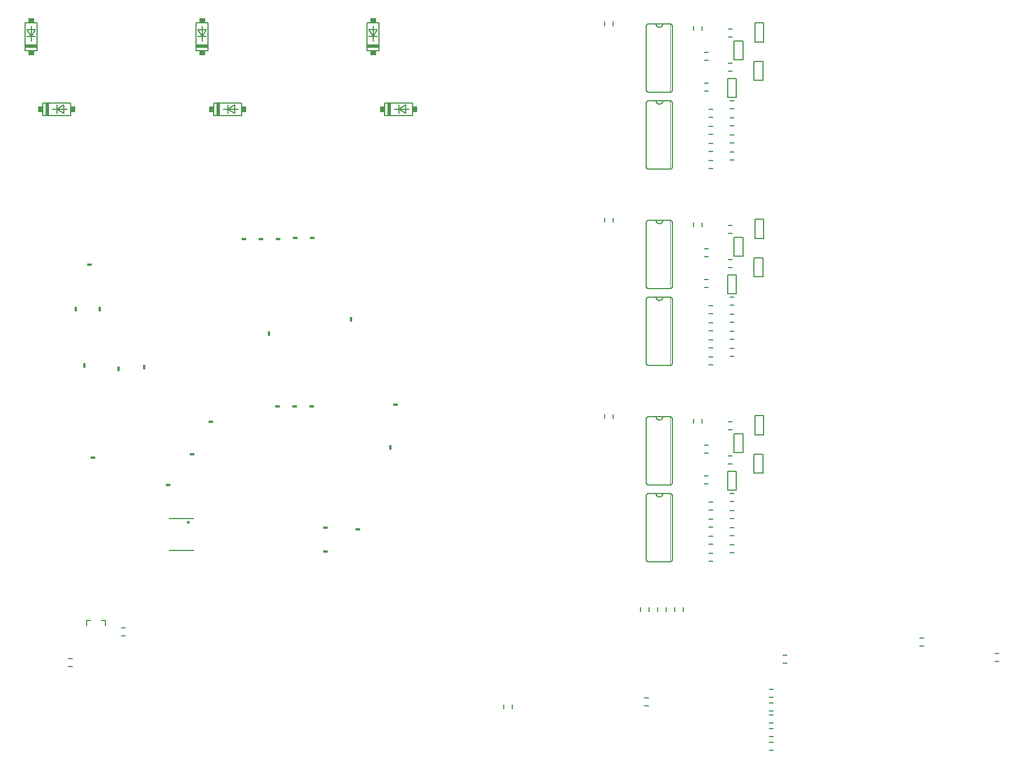
<source format=gbo>
G75*
G70*
%OFA0B0*%
%FSLAX24Y24*%
%IPPOS*%
%LPD*%
%AMOC8*
5,1,8,0,0,1.08239X$1,22.5*
%
%ADD10C,0.0060*%
%ADD11C,0.0020*%
%ADD12C,0.0080*%
%ADD13R,0.0300X0.0180*%
%ADD14R,0.0180X0.0300*%
%ADD15R,0.0200X0.0736*%
%ADD16R,0.0250X0.0335*%
%ADD17R,0.0736X0.0200*%
%ADD18R,0.0335X0.0250*%
D10*
X008941Y008757D02*
X009178Y008757D01*
X009178Y009230D02*
X008941Y009230D01*
X012041Y010557D02*
X012278Y010557D01*
X012278Y011030D02*
X012041Y011030D01*
X014850Y015563D02*
X016269Y015563D01*
X016269Y017423D02*
X014850Y017423D01*
X034423Y006511D02*
X034423Y006275D01*
X034896Y006275D02*
X034896Y006511D01*
X042641Y006457D02*
X042878Y006457D01*
X042878Y006930D02*
X042641Y006930D01*
X049941Y006957D02*
X050178Y006957D01*
X050178Y006630D02*
X049941Y006630D01*
X049941Y006157D02*
X050178Y006157D01*
X050178Y005930D02*
X049941Y005930D01*
X049941Y005457D02*
X050178Y005457D01*
X050178Y005130D02*
X049941Y005130D01*
X049941Y004657D02*
X050178Y004657D01*
X050178Y004330D02*
X049941Y004330D01*
X049941Y003857D02*
X050178Y003857D01*
X050178Y007430D02*
X049941Y007430D01*
X050741Y008957D02*
X050978Y008957D01*
X050978Y009430D02*
X050741Y009430D01*
X044896Y011975D02*
X044896Y012211D01*
X044423Y012211D02*
X044423Y011975D01*
X043896Y011975D02*
X043896Y012211D01*
X043423Y012211D02*
X043423Y011975D01*
X042896Y011975D02*
X042896Y012211D01*
X042423Y012211D02*
X042423Y011975D01*
X042890Y014893D02*
X044130Y014893D01*
X044153Y014895D01*
X044176Y014900D01*
X044198Y014909D01*
X044218Y014922D01*
X044236Y014937D01*
X044251Y014955D01*
X044264Y014975D01*
X044273Y014997D01*
X044278Y015020D01*
X044280Y015043D01*
X044280Y018743D01*
X044278Y018766D01*
X044273Y018789D01*
X044264Y018811D01*
X044251Y018831D01*
X044236Y018849D01*
X044218Y018864D01*
X044198Y018877D01*
X044176Y018886D01*
X044153Y018891D01*
X044130Y018893D01*
X043710Y018893D01*
X043310Y018893D01*
X042890Y018893D01*
X042867Y018891D01*
X042844Y018886D01*
X042822Y018877D01*
X042802Y018864D01*
X042784Y018849D01*
X042769Y018831D01*
X042756Y018811D01*
X042747Y018789D01*
X042742Y018766D01*
X042740Y018743D01*
X042740Y015043D01*
X042742Y015020D01*
X042747Y014997D01*
X042756Y014975D01*
X042769Y014955D01*
X042784Y014937D01*
X042802Y014922D01*
X042822Y014909D01*
X042844Y014900D01*
X042867Y014895D01*
X042890Y014893D01*
X046391Y014907D02*
X046628Y014907D01*
X046628Y015380D02*
X046391Y015380D01*
X046391Y015907D02*
X046628Y015907D01*
X046628Y016380D02*
X046391Y016380D01*
X046391Y016907D02*
X046628Y016907D01*
X046628Y017380D02*
X046391Y017380D01*
X047641Y017407D02*
X047878Y017407D01*
X047878Y017880D02*
X047641Y017880D01*
X046628Y017907D02*
X046391Y017907D01*
X046391Y018380D02*
X046628Y018380D01*
X047641Y018407D02*
X047878Y018407D01*
X047878Y018880D02*
X047641Y018880D01*
X047500Y019083D02*
X048020Y019083D01*
X048020Y020203D01*
X047500Y020203D01*
X047500Y019083D01*
X046378Y019457D02*
X046141Y019457D01*
X046141Y019930D02*
X046378Y019930D01*
X047541Y020607D02*
X047778Y020607D01*
X047778Y021080D02*
X047541Y021080D01*
X047875Y021283D02*
X048395Y021283D01*
X048395Y022403D01*
X047875Y022403D01*
X047875Y021283D01*
X049050Y021203D02*
X049050Y020083D01*
X049570Y020083D01*
X049570Y021203D01*
X049050Y021203D01*
X049100Y022333D02*
X049620Y022333D01*
X049620Y023453D01*
X049100Y023453D01*
X049100Y022333D01*
X047778Y022607D02*
X047541Y022607D01*
X047541Y023080D02*
X047778Y023080D01*
X045996Y023025D02*
X045996Y023261D01*
X045523Y023261D02*
X045523Y023025D01*
X044280Y023243D02*
X044280Y019543D01*
X044278Y019520D01*
X044273Y019497D01*
X044264Y019475D01*
X044251Y019455D01*
X044236Y019437D01*
X044218Y019422D01*
X044198Y019409D01*
X044176Y019400D01*
X044153Y019395D01*
X044130Y019393D01*
X042890Y019393D01*
X042867Y019395D01*
X042844Y019400D01*
X042822Y019409D01*
X042802Y019422D01*
X042784Y019437D01*
X042769Y019455D01*
X042756Y019475D01*
X042747Y019497D01*
X042742Y019520D01*
X042740Y019543D01*
X042740Y023243D01*
X042742Y023266D01*
X042747Y023289D01*
X042756Y023311D01*
X042769Y023331D01*
X042784Y023349D01*
X042802Y023364D01*
X042822Y023377D01*
X042844Y023386D01*
X042867Y023391D01*
X042890Y023393D01*
X043310Y023393D01*
X043710Y023393D01*
X044130Y023393D01*
X044153Y023391D01*
X044176Y023386D01*
X044198Y023377D01*
X044218Y023364D01*
X044236Y023349D01*
X044251Y023331D01*
X044264Y023311D01*
X044273Y023289D01*
X044278Y023266D01*
X044280Y023243D01*
X043710Y023393D02*
X043708Y023366D01*
X043703Y023339D01*
X043693Y023313D01*
X043681Y023289D01*
X043665Y023267D01*
X043647Y023247D01*
X043625Y023230D01*
X043602Y023215D01*
X043577Y023205D01*
X043551Y023197D01*
X043524Y023193D01*
X043496Y023193D01*
X043469Y023197D01*
X043443Y023205D01*
X043418Y023215D01*
X043395Y023230D01*
X043373Y023247D01*
X043355Y023267D01*
X043339Y023289D01*
X043327Y023313D01*
X043317Y023339D01*
X043312Y023366D01*
X043310Y023393D01*
X040796Y023275D02*
X040796Y023511D01*
X040323Y023511D02*
X040323Y023275D01*
X042890Y026393D02*
X044130Y026393D01*
X044153Y026395D01*
X044176Y026400D01*
X044198Y026409D01*
X044218Y026422D01*
X044236Y026437D01*
X044251Y026455D01*
X044264Y026475D01*
X044273Y026497D01*
X044278Y026520D01*
X044280Y026543D01*
X044280Y030243D01*
X044278Y030266D01*
X044273Y030289D01*
X044264Y030311D01*
X044251Y030331D01*
X044236Y030349D01*
X044218Y030364D01*
X044198Y030377D01*
X044176Y030386D01*
X044153Y030391D01*
X044130Y030393D01*
X043710Y030393D01*
X043310Y030393D01*
X042890Y030393D01*
X042867Y030391D01*
X042844Y030386D01*
X042822Y030377D01*
X042802Y030364D01*
X042784Y030349D01*
X042769Y030331D01*
X042756Y030311D01*
X042747Y030289D01*
X042742Y030266D01*
X042740Y030243D01*
X042740Y026543D01*
X042742Y026520D01*
X042747Y026497D01*
X042756Y026475D01*
X042769Y026455D01*
X042784Y026437D01*
X042802Y026422D01*
X042822Y026409D01*
X042844Y026400D01*
X042867Y026395D01*
X042890Y026393D01*
X046391Y026407D02*
X046628Y026407D01*
X046628Y026880D02*
X046391Y026880D01*
X046391Y027407D02*
X046628Y027407D01*
X046628Y027880D02*
X046391Y027880D01*
X046391Y028407D02*
X046628Y028407D01*
X046628Y028880D02*
X046391Y028880D01*
X046391Y029407D02*
X046628Y029407D01*
X046628Y029880D02*
X046391Y029880D01*
X047641Y029907D02*
X047878Y029907D01*
X047878Y030380D02*
X047641Y030380D01*
X047500Y030583D02*
X048020Y030583D01*
X048020Y031703D01*
X047500Y031703D01*
X047500Y030583D01*
X046378Y030957D02*
X046141Y030957D01*
X046141Y031430D02*
X046378Y031430D01*
X047541Y032107D02*
X047778Y032107D01*
X047778Y032580D02*
X047541Y032580D01*
X047875Y032783D02*
X048395Y032783D01*
X048395Y033903D01*
X047875Y033903D01*
X047875Y032783D01*
X049050Y032703D02*
X049050Y031583D01*
X049570Y031583D01*
X049570Y032703D01*
X049050Y032703D01*
X049100Y033833D02*
X049620Y033833D01*
X049620Y034953D01*
X049100Y034953D01*
X049100Y033833D01*
X047778Y034107D02*
X047541Y034107D01*
X047541Y034580D02*
X047778Y034580D01*
X045996Y034525D02*
X045996Y034761D01*
X045523Y034761D02*
X045523Y034525D01*
X044280Y034743D02*
X044280Y031043D01*
X044278Y031020D01*
X044273Y030997D01*
X044264Y030975D01*
X044251Y030955D01*
X044236Y030937D01*
X044218Y030922D01*
X044198Y030909D01*
X044176Y030900D01*
X044153Y030895D01*
X044130Y030893D01*
X042890Y030893D01*
X042867Y030895D01*
X042844Y030900D01*
X042822Y030909D01*
X042802Y030922D01*
X042784Y030937D01*
X042769Y030955D01*
X042756Y030975D01*
X042747Y030997D01*
X042742Y031020D01*
X042740Y031043D01*
X042740Y034743D01*
X042742Y034766D01*
X042747Y034789D01*
X042756Y034811D01*
X042769Y034831D01*
X042784Y034849D01*
X042802Y034864D01*
X042822Y034877D01*
X042844Y034886D01*
X042867Y034891D01*
X042890Y034893D01*
X043310Y034893D01*
X043710Y034893D01*
X044130Y034893D01*
X044153Y034891D01*
X044176Y034886D01*
X044198Y034877D01*
X044218Y034864D01*
X044236Y034849D01*
X044251Y034831D01*
X044264Y034811D01*
X044273Y034789D01*
X044278Y034766D01*
X044280Y034743D01*
X043710Y034893D02*
X043708Y034866D01*
X043703Y034839D01*
X043693Y034813D01*
X043681Y034789D01*
X043665Y034767D01*
X043647Y034747D01*
X043625Y034730D01*
X043602Y034715D01*
X043577Y034705D01*
X043551Y034697D01*
X043524Y034693D01*
X043496Y034693D01*
X043469Y034697D01*
X043443Y034705D01*
X043418Y034715D01*
X043395Y034730D01*
X043373Y034747D01*
X043355Y034767D01*
X043339Y034789D01*
X043327Y034813D01*
X043317Y034839D01*
X043312Y034866D01*
X043310Y034893D01*
X040796Y034775D02*
X040796Y035011D01*
X040323Y035011D02*
X040323Y034775D01*
X042890Y037893D02*
X044130Y037893D01*
X044153Y037895D01*
X044176Y037900D01*
X044198Y037909D01*
X044218Y037922D01*
X044236Y037937D01*
X044251Y037955D01*
X044264Y037975D01*
X044273Y037997D01*
X044278Y038020D01*
X044280Y038043D01*
X044280Y041743D01*
X044278Y041766D01*
X044273Y041789D01*
X044264Y041811D01*
X044251Y041831D01*
X044236Y041849D01*
X044218Y041864D01*
X044198Y041877D01*
X044176Y041886D01*
X044153Y041891D01*
X044130Y041893D01*
X043710Y041893D01*
X043310Y041893D01*
X042890Y041893D01*
X042867Y041891D01*
X042844Y041886D01*
X042822Y041877D01*
X042802Y041864D01*
X042784Y041849D01*
X042769Y041831D01*
X042756Y041811D01*
X042747Y041789D01*
X042742Y041766D01*
X042740Y041743D01*
X042740Y038043D01*
X042742Y038020D01*
X042747Y037997D01*
X042756Y037975D01*
X042769Y037955D01*
X042784Y037937D01*
X042802Y037922D01*
X042822Y037909D01*
X042844Y037900D01*
X042867Y037895D01*
X042890Y037893D01*
X046391Y037907D02*
X046628Y037907D01*
X046628Y038380D02*
X046391Y038380D01*
X046391Y038907D02*
X046628Y038907D01*
X046628Y039380D02*
X046391Y039380D01*
X046391Y039907D02*
X046628Y039907D01*
X046628Y040380D02*
X046391Y040380D01*
X046391Y040907D02*
X046628Y040907D01*
X046628Y041380D02*
X046391Y041380D01*
X047641Y041407D02*
X047878Y041407D01*
X047878Y041880D02*
X047641Y041880D01*
X047500Y042083D02*
X048020Y042083D01*
X048020Y043203D01*
X047500Y043203D01*
X047500Y042083D01*
X046378Y042457D02*
X046141Y042457D01*
X046141Y042930D02*
X046378Y042930D01*
X047541Y043607D02*
X047778Y043607D01*
X047778Y044080D02*
X047541Y044080D01*
X047875Y044283D02*
X048395Y044283D01*
X048395Y045403D01*
X047875Y045403D01*
X047875Y044283D01*
X049050Y044203D02*
X049050Y043083D01*
X049570Y043083D01*
X049570Y044203D01*
X049050Y044203D01*
X049100Y045333D02*
X049620Y045333D01*
X049620Y046453D01*
X049100Y046453D01*
X049100Y045333D01*
X047778Y045607D02*
X047541Y045607D01*
X047541Y046080D02*
X047778Y046080D01*
X045996Y046025D02*
X045996Y046261D01*
X045523Y046261D02*
X045523Y046025D01*
X044280Y046243D02*
X044280Y042543D01*
X044278Y042520D01*
X044273Y042497D01*
X044264Y042475D01*
X044251Y042455D01*
X044236Y042437D01*
X044218Y042422D01*
X044198Y042409D01*
X044176Y042400D01*
X044153Y042395D01*
X044130Y042393D01*
X042890Y042393D01*
X042867Y042395D01*
X042844Y042400D01*
X042822Y042409D01*
X042802Y042422D01*
X042784Y042437D01*
X042769Y042455D01*
X042756Y042475D01*
X042747Y042497D01*
X042742Y042520D01*
X042740Y042543D01*
X042740Y046243D01*
X042742Y046266D01*
X042747Y046289D01*
X042756Y046311D01*
X042769Y046331D01*
X042784Y046349D01*
X042802Y046364D01*
X042822Y046377D01*
X042844Y046386D01*
X042867Y046391D01*
X042890Y046393D01*
X043310Y046393D01*
X043710Y046393D01*
X044130Y046393D01*
X044153Y046391D01*
X044176Y046386D01*
X044198Y046377D01*
X044218Y046364D01*
X044236Y046349D01*
X044251Y046331D01*
X044264Y046311D01*
X044273Y046289D01*
X044278Y046266D01*
X044280Y046243D01*
X043710Y046393D02*
X043708Y046366D01*
X043703Y046339D01*
X043693Y046313D01*
X043681Y046289D01*
X043665Y046267D01*
X043647Y046247D01*
X043625Y046230D01*
X043602Y046215D01*
X043577Y046205D01*
X043551Y046197D01*
X043524Y046193D01*
X043496Y046193D01*
X043469Y046197D01*
X043443Y046205D01*
X043418Y046215D01*
X043395Y046230D01*
X043373Y046247D01*
X043355Y046267D01*
X043339Y046289D01*
X043327Y046313D01*
X043317Y046339D01*
X043312Y046366D01*
X043310Y046393D01*
X040796Y046275D02*
X040796Y046511D01*
X040323Y046511D02*
X040323Y046275D01*
X046141Y044730D02*
X046378Y044730D01*
X046378Y044257D02*
X046141Y044257D01*
X043710Y041893D02*
X043708Y041866D01*
X043703Y041839D01*
X043693Y041813D01*
X043681Y041789D01*
X043665Y041767D01*
X043647Y041747D01*
X043625Y041730D01*
X043602Y041715D01*
X043577Y041705D01*
X043551Y041697D01*
X043524Y041693D01*
X043496Y041693D01*
X043469Y041697D01*
X043443Y041705D01*
X043418Y041715D01*
X043395Y041730D01*
X043373Y041747D01*
X043355Y041767D01*
X043339Y041789D01*
X043327Y041813D01*
X043317Y041839D01*
X043312Y041866D01*
X043310Y041893D01*
X047641Y040880D02*
X047878Y040880D01*
X047878Y040407D02*
X047641Y040407D01*
X047641Y039880D02*
X047878Y039880D01*
X047878Y039407D02*
X047641Y039407D01*
X047641Y038880D02*
X047878Y038880D01*
X047878Y038407D02*
X047641Y038407D01*
X046378Y033230D02*
X046141Y033230D01*
X046141Y032757D02*
X046378Y032757D01*
X043710Y030393D02*
X043708Y030366D01*
X043703Y030339D01*
X043693Y030313D01*
X043681Y030289D01*
X043665Y030267D01*
X043647Y030247D01*
X043625Y030230D01*
X043602Y030215D01*
X043577Y030205D01*
X043551Y030197D01*
X043524Y030193D01*
X043496Y030193D01*
X043469Y030197D01*
X043443Y030205D01*
X043418Y030215D01*
X043395Y030230D01*
X043373Y030247D01*
X043355Y030267D01*
X043339Y030289D01*
X043327Y030313D01*
X043317Y030339D01*
X043312Y030366D01*
X043310Y030393D01*
X047641Y029380D02*
X047878Y029380D01*
X047878Y028907D02*
X047641Y028907D01*
X047641Y028380D02*
X047878Y028380D01*
X047878Y027907D02*
X047641Y027907D01*
X047641Y027380D02*
X047878Y027380D01*
X047878Y026907D02*
X047641Y026907D01*
X046378Y021730D02*
X046141Y021730D01*
X046141Y021257D02*
X046378Y021257D01*
X043710Y018893D02*
X043708Y018866D01*
X043703Y018839D01*
X043693Y018813D01*
X043681Y018789D01*
X043665Y018767D01*
X043647Y018747D01*
X043625Y018730D01*
X043602Y018715D01*
X043577Y018705D01*
X043551Y018697D01*
X043524Y018693D01*
X043496Y018693D01*
X043469Y018697D01*
X043443Y018705D01*
X043418Y018715D01*
X043395Y018730D01*
X043373Y018747D01*
X043355Y018767D01*
X043339Y018789D01*
X043327Y018813D01*
X043317Y018839D01*
X043312Y018866D01*
X043310Y018893D01*
X047641Y016880D02*
X047878Y016880D01*
X047878Y016407D02*
X047641Y016407D01*
X047641Y015880D02*
X047878Y015880D01*
X047878Y015407D02*
X047641Y015407D01*
X058741Y010430D02*
X058978Y010430D01*
X058978Y009957D02*
X058741Y009957D01*
X063141Y009530D02*
X063378Y009530D01*
X063378Y009057D02*
X063141Y009057D01*
X029079Y041031D02*
X027440Y041031D01*
X027440Y041756D01*
X029079Y041756D01*
X029079Y041031D01*
X028860Y041393D02*
X028260Y041393D01*
X028260Y041643D01*
X028260Y041393D02*
X028260Y041143D01*
X028260Y041393D02*
X028660Y041143D01*
X028660Y041643D01*
X028260Y041393D01*
X028010Y041393D01*
X027122Y044824D02*
X026397Y044824D01*
X026397Y046463D01*
X027122Y046463D01*
X027122Y044824D01*
X026760Y045393D02*
X026760Y045643D01*
X026510Y045643D01*
X026760Y045643D02*
X027010Y045643D01*
X026760Y045643D02*
X027010Y046043D01*
X026510Y046043D01*
X026760Y045643D01*
X026760Y046243D01*
X019079Y041756D02*
X019079Y041031D01*
X017440Y041031D01*
X017440Y041756D01*
X019079Y041756D01*
X018860Y041393D02*
X018260Y041393D01*
X018260Y041643D01*
X018260Y041393D02*
X018260Y041143D01*
X018260Y041393D02*
X018660Y041143D01*
X018660Y041643D01*
X018260Y041393D01*
X018010Y041393D01*
X017122Y044824D02*
X016397Y044824D01*
X016397Y046463D01*
X017122Y046463D01*
X017122Y044824D01*
X016760Y045393D02*
X016760Y045643D01*
X016510Y045643D01*
X016760Y045643D02*
X017010Y045643D01*
X016760Y045643D02*
X016760Y046243D01*
X017010Y046043D02*
X016510Y046043D01*
X016760Y045643D01*
X017010Y046043D01*
X009079Y041756D02*
X009079Y041031D01*
X007440Y041031D01*
X007440Y041756D01*
X009079Y041756D01*
X008860Y041393D02*
X008260Y041393D01*
X008260Y041643D01*
X008260Y041393D02*
X008260Y041143D01*
X008260Y041393D02*
X008660Y041143D01*
X008660Y041643D01*
X008260Y041393D01*
X008010Y041393D01*
X007122Y044824D02*
X006397Y044824D01*
X006397Y046463D01*
X007122Y046463D01*
X007122Y044824D01*
X006760Y045393D02*
X006760Y045643D01*
X006510Y045643D01*
X006760Y045643D02*
X006510Y046043D01*
X007010Y046043D01*
X006760Y045643D01*
X007010Y045643D01*
X006760Y045643D02*
X006760Y046243D01*
D11*
X044140Y046393D02*
X044140Y042393D01*
X044140Y041893D02*
X044140Y037893D01*
X044140Y034893D02*
X044140Y030893D01*
X044140Y030393D02*
X044140Y026393D01*
X044140Y023393D02*
X044140Y019393D01*
X044140Y018893D02*
X044140Y014893D01*
D12*
X015893Y017203D02*
X015895Y017218D01*
X015901Y017231D01*
X015910Y017243D01*
X015921Y017252D01*
X015935Y017258D01*
X015950Y017260D01*
X015965Y017258D01*
X015978Y017252D01*
X015990Y017243D01*
X015999Y017232D01*
X016005Y017218D01*
X016007Y017203D01*
X016005Y017188D01*
X015999Y017175D01*
X015990Y017163D01*
X015979Y017154D01*
X015965Y017148D01*
X015950Y017146D01*
X015935Y017148D01*
X015922Y017154D01*
X015910Y017163D01*
X015901Y017174D01*
X015895Y017188D01*
X015893Y017203D01*
X011111Y011469D02*
X010874Y011469D01*
X011111Y011469D02*
X011111Y011154D01*
X010245Y011469D02*
X010008Y011469D01*
X010008Y011154D01*
D13*
X014760Y019393D03*
X016160Y021193D03*
X017260Y023093D03*
X021160Y023993D03*
X022160Y023993D03*
X023160Y023993D03*
X028060Y024093D03*
X025860Y016793D03*
X023960Y016893D03*
X023960Y015493D03*
X010360Y020993D03*
X010160Y032293D03*
X019210Y033793D03*
X020210Y033793D03*
X021210Y033793D03*
X022210Y033843D03*
X023210Y033843D03*
D14*
X025460Y029093D03*
X020660Y028243D03*
X013360Y026293D03*
X011860Y026193D03*
X009860Y026393D03*
X009360Y029693D03*
X010760Y029693D03*
X027760Y021593D03*
D15*
X027710Y041399D03*
X017710Y041399D03*
X007710Y041399D03*
D16*
X007315Y041393D03*
X009204Y041393D03*
X017315Y041393D03*
X019204Y041393D03*
X027315Y041393D03*
X029204Y041393D03*
D17*
X026754Y045093D03*
X016754Y045093D03*
X006754Y045093D03*
D18*
X006760Y044699D03*
X006760Y046588D03*
X016760Y046588D03*
X016760Y044699D03*
X026760Y044699D03*
X026760Y046588D03*
M02*

</source>
